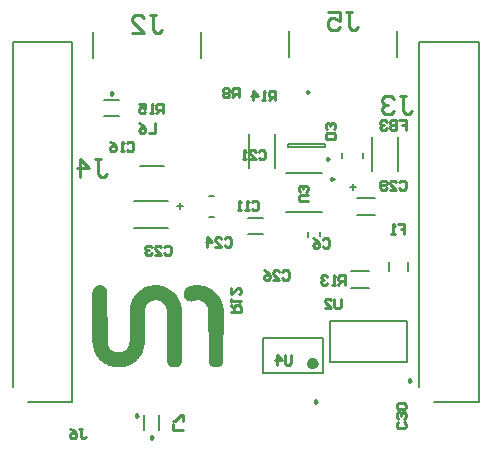
<source format=gbo>
G04*
G04 #@! TF.GenerationSoftware,Altium Limited,Altium Designer,22.11.1 (43)*
G04*
G04 Layer_Color=32896*
%FSLAX25Y25*%
%MOIN*%
G70*
G04*
G04 #@! TF.SameCoordinates,40CF40E7-FDA6-4BEF-B87F-FA6DAB628F73*
G04*
G04*
G04 #@! TF.FilePolarity,Positive*
G04*
G01*
G75*
%ADD10C,0.00787*%
%ADD11C,0.00984*%
%ADD14C,0.01000*%
%ADD73C,0.01968*%
G36*
X113763Y109092D02*
X113478Y109124D01*
X113382Y109155D01*
X113145Y109203D01*
X113018Y109234D01*
X112859Y109298D01*
X112685Y109345D01*
X112448Y109393D01*
X112178Y109504D01*
X112051Y109536D01*
X111576Y109757D01*
X110974Y110074D01*
X110688Y110233D01*
X110213Y110550D01*
X109817Y110851D01*
X109706Y110930D01*
X109531Y111073D01*
X109421Y111184D01*
X109357Y111215D01*
X108739Y111834D01*
X108707Y111897D01*
X108581Y112024D01*
X108549Y112087D01*
X108422Y112214D01*
X108390Y112277D01*
X108327Y112341D01*
X108295Y112404D01*
X108232Y112468D01*
X108200Y112531D01*
X108057Y112705D01*
X107931Y112895D01*
X107788Y113165D01*
X107725Y113228D01*
X107503Y113640D01*
X107408Y113862D01*
X107376Y113926D01*
X107313Y113989D01*
X107249Y114211D01*
X107091Y114559D01*
X107043Y114766D01*
X106901Y115098D01*
X106853Y115304D01*
X106821Y115431D01*
X106710Y115796D01*
X106679Y116113D01*
X106647Y116239D01*
X106615Y116461D01*
X106552Y116842D01*
X106504Y117396D01*
X106489Y133989D01*
X106520Y134084D01*
X106552Y134433D01*
X106615Y134591D01*
X106679Y134845D01*
X106742Y135003D01*
X106837Y135099D01*
X106996Y135384D01*
X107138Y135558D01*
X107550Y135970D01*
X107614Y136002D01*
X107836Y136129D01*
X108057Y136224D01*
X108406Y136382D01*
X108818Y136414D01*
X109674Y136382D01*
X110023Y136224D01*
X110308Y136065D01*
X110530Y135907D01*
X110736Y135764D01*
X110768Y135701D01*
X111021Y135447D01*
X111053Y135384D01*
X111259Y135083D01*
X111306Y134940D01*
X111417Y134639D01*
X111465Y134496D01*
X111497Y134370D01*
X111528Y117222D01*
X111560Y117127D01*
X111592Y117000D01*
X111655Y116778D01*
X111734Y116445D01*
X111877Y116208D01*
X111909Y116081D01*
X112035Y115859D01*
X112241Y115558D01*
X112368Y115368D01*
X112416Y115320D01*
X112448Y115257D01*
X112780Y114924D01*
X112844Y114892D01*
X112939Y114797D01*
X113097Y114702D01*
X113319Y114544D01*
X113382Y114512D01*
X113541Y114417D01*
X113747Y114338D01*
X114080Y114195D01*
X114413Y114116D01*
X114587Y114068D01*
X114714Y114036D01*
X115855Y114068D01*
X116013Y114131D01*
X116140Y114163D01*
X116346Y114211D01*
X116505Y114274D01*
X116774Y114385D01*
X117186Y114607D01*
X117360Y114750D01*
X117408Y114797D01*
X117471Y114829D01*
X117566Y114924D01*
X117630Y114956D01*
X117963Y115288D01*
X117994Y115352D01*
X118089Y115447D01*
X118121Y115510D01*
X118248Y115637D01*
X118406Y115922D01*
X118628Y116398D01*
X118723Y116778D01*
X118787Y116937D01*
X118818Y117063D01*
X118882Y117761D01*
X118913Y128696D01*
X118945Y128791D01*
X118977Y129108D01*
X119009Y129203D01*
X119072Y129457D01*
X119104Y129710D01*
X119135Y129805D01*
X119230Y130122D01*
X119262Y130249D01*
X119310Y130455D01*
X119389Y130629D01*
X119532Y131026D01*
X119753Y131469D01*
X119833Y131644D01*
X120118Y132183D01*
X120245Y132373D01*
X120276Y132436D01*
X120815Y133165D01*
X120879Y133229D01*
X120910Y133292D01*
X121100Y133482D01*
X121132Y133545D01*
X121354Y133767D01*
X121386Y133831D01*
X121465Y133910D01*
X121528Y133942D01*
X121909Y134322D01*
X121972Y134354D01*
X122067Y134449D01*
X122131Y134481D01*
X122257Y134607D01*
X122321Y134639D01*
X122384Y134702D01*
X122448Y134734D01*
X122543Y134829D01*
X122765Y134956D01*
X122860Y135051D01*
X122986Y135083D01*
X123113Y135210D01*
X123319Y135289D01*
X123367Y135336D01*
X123430Y135368D01*
X124032Y135653D01*
X124191Y135748D01*
X124349Y135812D01*
X124555Y135859D01*
X124825Y135970D01*
X125047Y136034D01*
X125554Y136192D01*
X125823Y136240D01*
X126013Y136271D01*
X126283Y136351D01*
X126410Y136382D01*
X127012Y136414D01*
X128819Y136382D01*
X128914Y136351D01*
X129040Y136319D01*
X129136Y136287D01*
X129262Y136256D01*
X129532Y136208D01*
X129722Y136176D01*
X129975Y136081D01*
X130150Y136034D01*
X130356Y135986D01*
X130514Y135923D01*
X130689Y135844D01*
X130879Y135812D01*
X131418Y135527D01*
X132083Y135178D01*
X132147Y135115D01*
X132432Y134956D01*
X132495Y134893D01*
X132559Y134861D01*
X133177Y134401D01*
X133351Y134227D01*
X133414Y134195D01*
X133557Y134053D01*
X133589Y133989D01*
X134286Y133292D01*
X134318Y133229D01*
X134413Y133133D01*
X134445Y133070D01*
X134540Y132975D01*
X134571Y132912D01*
X134635Y132848D01*
X134667Y132785D01*
X134873Y132484D01*
X134984Y132309D01*
X135110Y132119D01*
X135142Y131992D01*
X135205Y131929D01*
X135396Y131580D01*
X135491Y131358D01*
X135570Y131152D01*
X135617Y131105D01*
X135681Y130946D01*
X135728Y130772D01*
X135792Y130614D01*
X135871Y130439D01*
X135918Y130170D01*
X135998Y129964D01*
X136061Y129742D01*
X136109Y129472D01*
X136235Y128839D01*
X136267Y128522D01*
X136299Y127919D01*
X136315Y111422D01*
X136283Y111326D01*
X136251Y110914D01*
X136220Y110819D01*
X136140Y110613D01*
X136045Y110360D01*
X135966Y110249D01*
X135760Y109948D01*
X135713Y109900D01*
X135617Y109742D01*
X135443Y109567D01*
X135380Y109536D01*
X135205Y109393D01*
X134888Y109203D01*
X134635Y109108D01*
X134365Y109028D01*
X134159Y108981D01*
X133351Y108965D01*
X133256Y108997D01*
X132749Y109155D01*
X132685Y109187D01*
X132495Y109314D01*
X132337Y109409D01*
X132067Y109615D01*
X132036Y109678D01*
X131988Y109726D01*
X131925Y109757D01*
X131846Y109837D01*
X131814Y109900D01*
X131751Y109964D01*
X131719Y110027D01*
X131655Y110090D01*
X131529Y110312D01*
X131465Y110471D01*
X131402Y110724D01*
X131307Y110946D01*
X131275Y111263D01*
X131243Y128252D01*
X131212Y128347D01*
X131164Y128522D01*
X131085Y128791D01*
X131053Y128918D01*
X130863Y129330D01*
X130609Y129774D01*
X130546Y129837D01*
X130514Y129900D01*
X130419Y129996D01*
X130387Y130059D01*
X129928Y130518D01*
X129865Y130550D01*
X129801Y130614D01*
X129738Y130645D01*
X129643Y130740D01*
X129421Y130867D01*
X129357Y130930D01*
X129199Y130994D01*
X129072Y131026D01*
X129009Y131089D01*
X128850Y131152D01*
X128644Y131200D01*
X128517Y131232D01*
X128248Y131311D01*
X128026Y131343D01*
X127614Y131374D01*
X127044Y131343D01*
X126948Y131311D01*
X126774Y131263D01*
X126505Y131184D01*
X126378Y131152D01*
X126172Y131073D01*
X125792Y130883D01*
X125744Y130835D01*
X125522Y130709D01*
X125459Y130645D01*
X125395Y130614D01*
X125332Y130550D01*
X125269Y130518D01*
X125173Y130423D01*
X125110Y130392D01*
X124841Y130122D01*
X124809Y130059D01*
X124682Y129932D01*
X124651Y129869D01*
X124587Y129805D01*
X124555Y129742D01*
X124492Y129678D01*
X124239Y129140D01*
X124112Y128854D01*
X124064Y128617D01*
X123985Y128347D01*
X123953Y128220D01*
X123922Y127903D01*
X123890Y116810D01*
X123858Y116715D01*
X123826Y116334D01*
X123795Y116239D01*
X123700Y115700D01*
X123652Y115495D01*
X123589Y115336D01*
X123541Y115162D01*
X123509Y115035D01*
X123462Y114829D01*
X123319Y114496D01*
X123240Y114290D01*
X123193Y114242D01*
X123066Y113926D01*
X123034Y113862D01*
X122939Y113704D01*
X122860Y113498D01*
X122622Y113101D01*
X122495Y112911D01*
X122464Y112848D01*
X121925Y112119D01*
X121766Y111960D01*
X121734Y111897D01*
X121544Y111707D01*
X121513Y111643D01*
X121449Y111612D01*
X121417Y111548D01*
X121370Y111501D01*
X121307Y111469D01*
X121132Y111295D01*
X121100Y111231D01*
X121053Y111184D01*
X120990Y111152D01*
X120926Y111089D01*
X120863Y111057D01*
X120673Y110867D01*
X120609Y110835D01*
X120514Y110740D01*
X120451Y110708D01*
X120007Y110391D01*
X119944Y110360D01*
X119880Y110296D01*
X119437Y110043D01*
X119024Y109821D01*
X118802Y109726D01*
X118644Y109662D01*
X118359Y109536D01*
X118184Y109488D01*
X118010Y109409D01*
X117788Y109345D01*
X117582Y109298D01*
X117424Y109234D01*
X117281Y109187D01*
X116980Y109139D01*
X116790Y109108D01*
X116663Y109076D01*
X116283Y109013D01*
X115997Y108981D01*
X114397Y108965D01*
X114302Y108997D01*
X113985Y109028D01*
X113795Y109092D01*
X113763D01*
D02*
G37*
G36*
X145190Y113228D02*
X145158Y128379D01*
X145126Y128474D01*
X145047Y128680D01*
X145000Y128854D01*
X144968Y129013D01*
X144683Y129552D01*
X144476Y129853D01*
X144429Y129900D01*
X144397Y129964D01*
X144255Y130138D01*
X144159Y130233D01*
X144112Y130249D01*
X144080Y130313D01*
X143906Y130487D01*
X143843Y130518D01*
X143747Y130614D01*
X143684Y130645D01*
X143589Y130740D01*
X143367Y130867D01*
X143304Y130930D01*
X143129Y130978D01*
X142765Y131152D01*
X142432Y131232D01*
X142226Y131311D01*
X141830Y131358D01*
X141212Y131374D01*
X141117Y131343D01*
X140816Y131295D01*
X140689Y131263D01*
X140419Y131184D01*
X140166Y131121D01*
X139960Y131042D01*
X139833Y131010D01*
X139548Y130978D01*
X139342Y130962D01*
X139247Y130994D01*
X138850Y131042D01*
X138724Y131073D01*
X138518Y131152D01*
X138391Y131184D01*
X138169Y131343D01*
X138011Y131406D01*
X137884Y131533D01*
X137820Y131564D01*
X137709Y131644D01*
X137678Y131707D01*
X137424Y131961D01*
X137392Y132024D01*
X137297Y132119D01*
X137075Y132595D01*
X137012Y132817D01*
X136980Y132975D01*
X136949Y133070D01*
X136917Y133197D01*
X136949Y134021D01*
X137012Y134179D01*
X137044Y134306D01*
X137075Y134496D01*
X137202Y134687D01*
X137361Y134972D01*
X137424Y135035D01*
X137456Y135099D01*
X137519Y135162D01*
X137551Y135225D01*
X137694Y135368D01*
X137757Y135400D01*
X137884Y135527D01*
X137947Y135558D01*
X138011Y135622D01*
X138169Y135717D01*
X138454Y135844D01*
X138866Y136002D01*
X139072Y136049D01*
X139437Y136160D01*
X139564Y136192D01*
X139944Y136256D01*
X140182Y136303D01*
X140435Y136366D01*
X140847Y136398D01*
X142226Y136414D01*
X142321Y136382D01*
X142733Y136351D01*
X142828Y136319D01*
X143082Y136256D01*
X143383Y136208D01*
X143542Y136176D01*
X143668Y136145D01*
X144033Y136034D01*
X144239Y135986D01*
X144397Y135923D01*
X144572Y135844D01*
X144778Y135796D01*
X145047Y135653D01*
X145174Y135622D01*
X145396Y135495D01*
X145998Y135178D01*
X146188Y135051D01*
X146347Y134956D01*
X146410Y134893D01*
X146569Y134798D01*
X146632Y134734D01*
X146695Y134702D01*
X146981Y134481D01*
X147155Y134338D01*
X147266Y134227D01*
X147329Y134195D01*
X148042Y133482D01*
X148074Y133419D01*
X148296Y133197D01*
X148328Y133133D01*
X148391Y133070D01*
X148423Y133007D01*
X148866Y132373D01*
X148898Y132309D01*
X149025Y132183D01*
X149104Y131976D01*
X149215Y131834D01*
X149263Y131660D01*
X149342Y131580D01*
X149405Y131422D01*
X149485Y131216D01*
X149564Y131073D01*
X149675Y130772D01*
X149754Y130598D01*
X149849Y130217D01*
X149912Y130059D01*
X149976Y129837D01*
X150007Y129710D01*
X150039Y129457D01*
X150103Y129298D01*
X150198Y128537D01*
X150166Y110756D01*
X149976Y110344D01*
X149944Y110280D01*
X149786Y110059D01*
X149754Y109995D01*
X149659Y109900D01*
X149627Y109837D01*
X149294Y109504D01*
X149231Y109472D01*
X149168Y109409D01*
X149104Y109377D01*
X148882Y109250D01*
X148534Y109092D01*
X148375Y109028D01*
X147995Y108965D01*
X147171Y108997D01*
X147076Y109028D01*
X146854Y109124D01*
X146727Y109155D01*
X146505Y109282D01*
X146220Y109441D01*
X146156Y109504D01*
X146093Y109536D01*
X145760Y109868D01*
X145729Y109932D01*
X145570Y110154D01*
X145380Y110566D01*
X145348Y110693D01*
X145253Y111009D01*
X145221Y111136D01*
X145190Y111358D01*
Y113197D01*
Y113228D01*
D02*
G37*
D10*
X128709Y88065D02*
Y93037D01*
X123737Y88065D02*
Y93037D01*
X211371Y110693D02*
Y124493D01*
X185761D02*
X211371D01*
X185761Y110693D02*
Y124493D01*
Y110693D02*
X211371D01*
X84882Y97598D02*
X99783D01*
Y217598D01*
X79980D02*
X99783D01*
X79980Y102598D02*
Y217598D01*
X110487Y192660D02*
X115497D01*
X110487Y197975D02*
X115497D01*
X208150Y212598D02*
Y221260D01*
X172165Y212598D02*
Y221260D01*
X142795Y212205D02*
Y220866D01*
X106811Y212205D02*
Y220866D01*
X171654Y183563D02*
X183858D01*
X171654Y182382D02*
X183858D01*
X171654D02*
Y183563D01*
X183858Y182382D02*
Y183563D01*
X158620Y175431D02*
Y186873D01*
X167503Y175431D02*
Y186873D01*
X135827Y161715D02*
Y163684D01*
X134843Y162700D02*
X136811D01*
X145374Y159156D02*
X147146D01*
X145374Y166243D02*
X147146D01*
X171063Y160908D02*
X182874D01*
X171063Y173704D02*
X182874D01*
X220315Y97598D02*
X235217D01*
Y217598D01*
X215413D02*
X235217D01*
X215413Y102598D02*
Y217598D01*
X189764Y178704D02*
Y180475D01*
X196850Y178704D02*
Y180475D01*
X193307Y168172D02*
Y170141D01*
X192323Y169156D02*
X194291D01*
X183185Y106988D02*
Y118799D01*
X163500D02*
X183185D01*
X163500Y106988D02*
Y118799D01*
Y106988D02*
X183185D01*
X122429Y176083D02*
X130327D01*
X208477Y174299D02*
Y185741D01*
X199594Y174299D02*
Y185741D01*
X205292Y141094D02*
Y144142D01*
X211792Y141094D02*
Y144142D01*
X194680Y159819D02*
X200633D01*
X194680Y165378D02*
X200633D01*
X182247Y152637D02*
Y154290D01*
X178349Y152621D02*
Y154275D01*
X192594Y140969D02*
X198547D01*
X192594Y135409D02*
X198547D01*
X120406Y155500D02*
X131848D01*
X120406Y164382D02*
X131848D01*
X158434Y153625D02*
X163444D01*
X158434Y158940D02*
X163444D01*
D11*
X126715Y85630D02*
X125977Y86056D01*
Y85204D01*
X126715Y85630D01*
X212838Y104621D02*
X212099Y105047D01*
Y104194D01*
X212838Y104621D01*
X178760Y200748D02*
X178022Y201174D01*
Y200322D01*
X178760Y200748D01*
X113406Y200354D02*
X112667Y200781D01*
Y199928D01*
X113406Y200354D01*
X185335Y178445D02*
X184597Y178871D01*
Y178019D01*
X185335Y178445D01*
X186852Y171735D02*
X186114Y172161D01*
Y171309D01*
X186852Y171735D01*
X181335Y97539D02*
X180596Y97966D01*
Y97113D01*
X181335Y97539D01*
X121850Y92913D02*
X121112Y93340D01*
Y92487D01*
X121850Y92913D01*
D14*
X136646Y87976D02*
X133498D01*
Y90075D01*
X136646Y91124D02*
Y93223D01*
X136121D01*
X134022Y91124D01*
X133498D01*
X189238Y131889D02*
Y129265D01*
X188713Y128741D01*
X187664D01*
X187139Y129265D01*
Y131889D01*
X183990Y128741D02*
X186089D01*
X183990Y130840D01*
Y131365D01*
X184515Y131889D01*
X185565D01*
X186089Y131365D01*
X107299Y178590D02*
X109298D01*
X108299D01*
Y173591D01*
X109298Y172591D01*
X110298D01*
X111298Y173591D01*
X102301Y172591D02*
Y178590D01*
X105299Y175591D01*
X101301D01*
X129920Y193701D02*
Y196850D01*
X128346D01*
X127821Y196325D01*
Y195276D01*
X128346Y194751D01*
X129920D01*
X128870D02*
X127821Y193701D01*
X126771D02*
X125722D01*
X126247D01*
Y196850D01*
X126771Y196325D01*
X122048Y196850D02*
X124148D01*
Y195276D01*
X123098Y195800D01*
X122573D01*
X122048Y195276D01*
Y194226D01*
X122573Y193701D01*
X123623D01*
X124148Y194226D01*
X167322Y198032D02*
Y201181D01*
X165747D01*
X165223Y200656D01*
Y199606D01*
X165747Y199082D01*
X167322D01*
X166272D02*
X165223Y198032D01*
X164173D02*
X163124D01*
X163648D01*
Y201181D01*
X164173Y200656D01*
X159975Y198032D02*
Y201181D01*
X161549Y199606D01*
X159450D01*
X191157Y227409D02*
X193157D01*
X192157D01*
Y222410D01*
X193157Y221410D01*
X194156D01*
X195156Y222410D01*
X185159Y227409D02*
X189158D01*
Y224410D01*
X187158Y225409D01*
X186159D01*
X185159Y224410D01*
Y222410D01*
X186159Y221410D01*
X188158D01*
X189158Y222410D01*
X125803Y226621D02*
X127802D01*
X126803D01*
Y221623D01*
X127802Y220623D01*
X128802D01*
X129801Y221623D01*
X119805Y220623D02*
X123803D01*
X119805Y224622D01*
Y225621D01*
X120804Y226621D01*
X122804D01*
X123803Y225621D01*
X187401Y185171D02*
X184253D01*
Y186746D01*
X184777Y187270D01*
X186876D01*
X187401Y186746D01*
Y185171D01*
X186876Y188320D02*
X187401Y188845D01*
Y189894D01*
X186876Y190419D01*
X186352D01*
X185827Y189894D01*
Y189370D01*
Y189894D01*
X185302Y190419D01*
X184777D01*
X184253Y189894D01*
Y188845D01*
X184777Y188320D01*
X178346Y164305D02*
X175722D01*
X175197Y164830D01*
Y165880D01*
X175722Y166404D01*
X178346D01*
X177821Y167454D02*
X178346Y167979D01*
Y169028D01*
X177821Y169553D01*
X177296D01*
X176772Y169028D01*
Y168503D01*
Y169028D01*
X176247Y169553D01*
X175722D01*
X175197Y169028D01*
Y167979D01*
X175722Y167454D01*
X102100Y88582D02*
X103149D01*
X102624D01*
Y85958D01*
X103149Y85434D01*
X103674D01*
X104199Y85958D01*
X98951Y88582D02*
X100001Y88057D01*
X101050Y87008D01*
Y85958D01*
X100525Y85434D01*
X99476D01*
X98951Y85958D01*
Y86483D01*
X99476Y87008D01*
X101050D01*
X172703Y112992D02*
Y110368D01*
X172178Y109843D01*
X171128D01*
X170604Y110368D01*
Y112992D01*
X167980Y109843D02*
Y112992D01*
X169554Y111417D01*
X167455D01*
X190550Y136615D02*
Y139763D01*
X188976D01*
X188451Y139239D01*
Y138189D01*
X188976Y137664D01*
X190550D01*
X189500D02*
X188451Y136615D01*
X187401D02*
X186352D01*
X186876D01*
Y139763D01*
X187401Y139239D01*
X184777D02*
X184253Y139763D01*
X183203D01*
X182678Y139239D01*
Y138714D01*
X183203Y138189D01*
X183728D01*
X183203D01*
X182678Y137664D01*
Y137139D01*
X183203Y136615D01*
X184253D01*
X184777Y137139D01*
X152756Y127560D02*
X155905D01*
Y129135D01*
X155380Y129659D01*
X154331D01*
X153806Y129135D01*
Y127560D01*
Y128610D02*
X152756Y129659D01*
Y130709D02*
Y131758D01*
Y131234D01*
X155905D01*
X155380Y130709D01*
X152756Y135432D02*
Y133333D01*
X154856Y135432D01*
X155380D01*
X155905Y134907D01*
Y133858D01*
X155380Y133333D01*
X155200Y199000D02*
Y202149D01*
X153626D01*
X153101Y201624D01*
Y200574D01*
X153626Y200049D01*
X155200D01*
X154150D02*
X153101Y199000D01*
X152051Y201624D02*
X151527Y202149D01*
X150477D01*
X149952Y201624D01*
Y201099D01*
X150477Y200574D01*
X149952Y200049D01*
Y199525D01*
X150477Y199000D01*
X151527D01*
X152051Y199525D01*
Y200049D01*
X151527Y200574D01*
X152051Y201099D01*
Y201624D01*
X151527Y200574D02*
X150477D01*
X127300Y190349D02*
Y187200D01*
X125201D01*
X122052Y190349D02*
X123102Y189824D01*
X124151Y188774D01*
Y187725D01*
X123627Y187200D01*
X122577D01*
X122052Y187725D01*
Y188250D01*
X122577Y188774D01*
X124151D01*
X208792Y191338D02*
X210891D01*
Y189764D01*
X209841D01*
X210891D01*
Y188189D01*
X207742Y191338D02*
Y188189D01*
X206168D01*
X205643Y188714D01*
Y189239D01*
X206168Y189764D01*
X207742D01*
X206168D01*
X205643Y190289D01*
Y190813D01*
X206168Y191338D01*
X207742D01*
X204594Y190813D02*
X204069Y191338D01*
X203020D01*
X202495Y190813D01*
Y190289D01*
X203020Y189764D01*
X203544D01*
X203020D01*
X202495Y189239D01*
Y188714D01*
X203020Y188189D01*
X204069D01*
X204594Y188714D01*
X208268Y156692D02*
X210367D01*
Y155118D01*
X209317D01*
X210367D01*
Y153544D01*
X207218D02*
X206169D01*
X206693D01*
Y156692D01*
X207218Y156168D01*
X210498Y90814D02*
X211023Y90290D01*
Y89240D01*
X210498Y88715D01*
X208399D01*
X207874Y89240D01*
Y90290D01*
X208399Y90814D01*
X210498Y91864D02*
X211023Y92389D01*
Y93438D01*
X210498Y93963D01*
X209974D01*
X209449Y93438D01*
Y92913D01*
Y93438D01*
X208924Y93963D01*
X208399D01*
X207874Y93438D01*
Y92389D01*
X208399Y91864D01*
X210498Y95012D02*
X211023Y95537D01*
Y96587D01*
X210498Y97111D01*
X208399D01*
X207874Y96587D01*
Y95537D01*
X208399Y95012D01*
X210498D01*
X208792Y170735D02*
X209317Y171259D01*
X210366D01*
X210891Y170735D01*
Y168635D01*
X210366Y168111D01*
X209317D01*
X208792Y168635D01*
X205643Y168111D02*
X207742D01*
X205643Y170210D01*
Y170735D01*
X206168Y171259D01*
X207218D01*
X207742Y170735D01*
X204594Y168635D02*
X204069Y168111D01*
X203020D01*
X202495Y168635D01*
Y170735D01*
X203020Y171259D01*
X204069D01*
X204594Y170735D01*
Y170210D01*
X204069Y169685D01*
X202495D01*
X169816Y140813D02*
X170340Y141338D01*
X171390D01*
X171915Y140813D01*
Y138714D01*
X171390Y138189D01*
X170340D01*
X169816Y138714D01*
X166667Y138189D02*
X168766D01*
X166667Y140289D01*
Y140813D01*
X167192Y141338D01*
X168241D01*
X168766Y140813D01*
X163518Y141338D02*
X164568Y140813D01*
X165618Y139764D01*
Y138714D01*
X165093Y138189D01*
X164043D01*
X163518Y138714D01*
Y139239D01*
X164043Y139764D01*
X165618D01*
X150524Y151837D02*
X151049Y152362D01*
X152099D01*
X152623Y151837D01*
Y149738D01*
X152099Y149213D01*
X151049D01*
X150524Y149738D01*
X147376Y149213D02*
X149475D01*
X147376Y151312D01*
Y151837D01*
X147900Y152362D01*
X148950D01*
X149475Y151837D01*
X144752Y149213D02*
Y152362D01*
X146326Y150787D01*
X144227D01*
X130446Y149081D02*
X130970Y149606D01*
X132020D01*
X132545Y149081D01*
Y146982D01*
X132020Y146457D01*
X130970D01*
X130446Y146982D01*
X127297Y146457D02*
X129396D01*
X127297Y148556D01*
Y149081D01*
X127822Y149606D01*
X128871D01*
X129396Y149081D01*
X126247D02*
X125723Y149606D01*
X124673D01*
X124148Y149081D01*
Y148556D01*
X124673Y148031D01*
X125198D01*
X124673D01*
X124148Y147507D01*
Y146982D01*
X124673Y146457D01*
X125723D01*
X126247Y146982D01*
X161901Y180924D02*
X162426Y181449D01*
X163475D01*
X164000Y180924D01*
Y178825D01*
X163475Y178300D01*
X162426D01*
X161901Y178825D01*
X158752Y178300D02*
X160851D01*
X158752Y180399D01*
Y180924D01*
X159277Y181449D01*
X160327D01*
X160851Y180924D01*
X157703Y178300D02*
X156653D01*
X157178D01*
Y181449D01*
X157703Y180924D01*
X117978Y183727D02*
X118503Y184251D01*
X119553D01*
X120078Y183727D01*
Y181628D01*
X119553Y181103D01*
X118503D01*
X117978Y181628D01*
X116929Y181103D02*
X115879D01*
X116404D01*
Y184251D01*
X116929Y183727D01*
X112206Y184251D02*
X113256Y183727D01*
X114305Y182677D01*
Y181628D01*
X113780Y181103D01*
X112731D01*
X112206Y181628D01*
Y182152D01*
X112731Y182677D01*
X114305D01*
X159580Y164042D02*
X160104Y164566D01*
X161154D01*
X161679Y164042D01*
Y161943D01*
X161154Y161418D01*
X160104D01*
X159580Y161943D01*
X158530Y161418D02*
X157481D01*
X158005D01*
Y164566D01*
X158530Y164042D01*
X155906Y161418D02*
X154857D01*
X155382D01*
Y164566D01*
X155906Y164042D01*
X183202Y151443D02*
X183727Y151968D01*
X184776D01*
X185301Y151443D01*
Y149344D01*
X184776Y148819D01*
X183727D01*
X183202Y149344D01*
X180053Y151968D02*
X181103Y151443D01*
X182152Y150394D01*
Y149344D01*
X181628Y148819D01*
X180578D01*
X180053Y149344D01*
Y149869D01*
X180578Y150394D01*
X182152D01*
X208874Y199456D02*
X210873D01*
X209873D01*
Y194457D01*
X210873Y193458D01*
X211873D01*
X212872Y194457D01*
X206874Y198456D02*
X205875Y199456D01*
X203875D01*
X202876Y198456D01*
Y197456D01*
X203875Y196457D01*
X204875D01*
X203875D01*
X202876Y195457D01*
Y194457D01*
X203875Y193458D01*
X205875D01*
X206874Y194457D01*
D73*
X180921Y110236D02*
X180429Y111089D01*
X179445D01*
X178953Y110236D01*
X179445Y109384D01*
X180429D01*
X180921Y110236D01*
M02*

</source>
